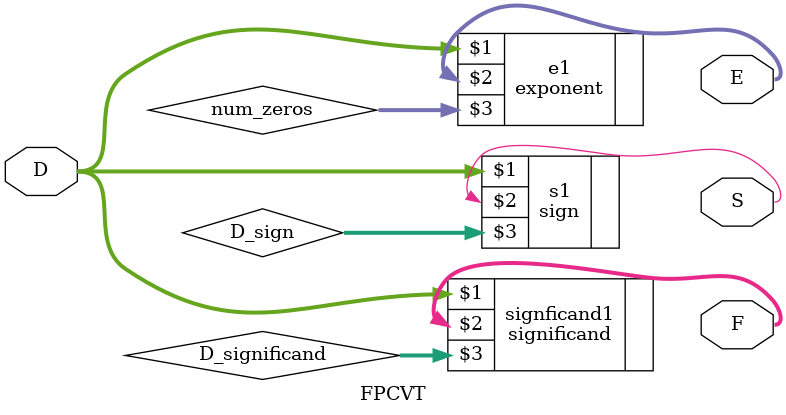
<source format=v>
`timescale 1ns / 1ps
module FPCVT(
		//inputs
		input [11:0] D,
		//Outputs
		output S,
		output [2:0] E,
		output [3:0] F
		//output [11:0] D_significand
    );
	 
	 reg [3:0] num_zeros;
	 reg [11:0] D_sign;
	 wire [11:0] D_significand;
	 
	 
	 sign s1 (D, S, D_sign);
    exponent e1 (D, E, num_zeros);
	 significand signficand1(D, F, D_significand);
	 



endmodule

</source>
